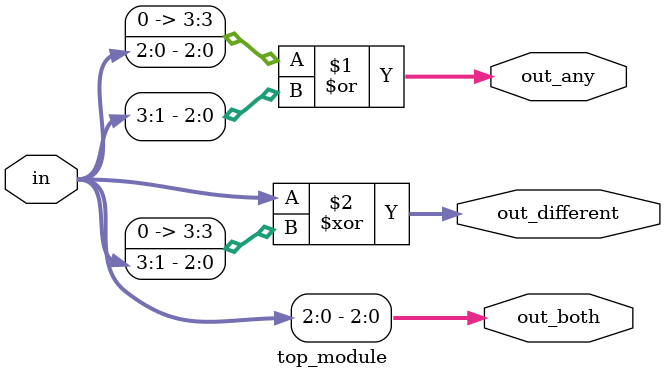
<source format=sv>
module top_module (
    input [3:0] in,
    output [2:0] out_both,
    output [3:0] out_any,
    output [3:0] out_different
);

assign out_both = in[2:0];
assign out_any = {1'b0, in[2:0]} | in[3:1];
assign out_different = in ^ {1'b0, in[3:1]};

endmodule

</source>
